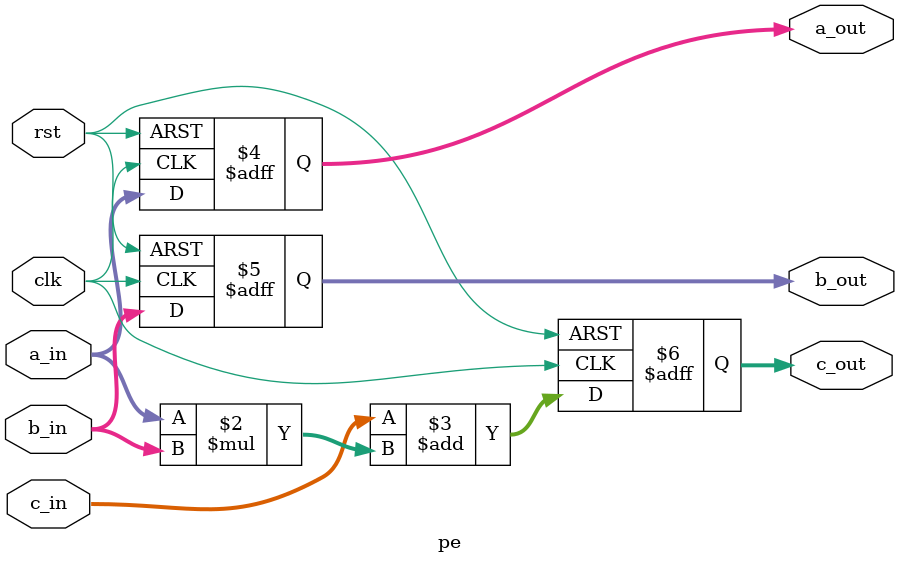
<source format=v>


module pe(
    input clk,
    input rst,
    input signed [15:0] a_in,
    input signed [15:0] b_in,
    input signed [31:0] c_in,
    output reg signed [15:0] a_out,
    output reg signed [15:0] b_out,
    output reg signed [31:0] c_out
);
    always @(posedge clk or posedge rst) begin
        if (rst) begin
            c_out <= 0;
            a_out <= 0;
            b_out <= 0;
        end else begin
            c_out <= c_in + a_in * b_in;
            a_out <= a_in;
            b_out <= b_in;
        end
    end
endmodule

</source>
